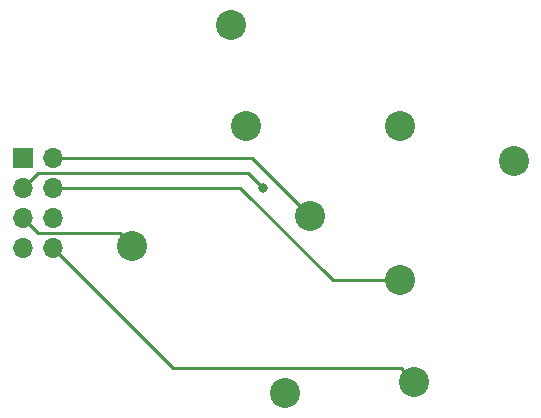
<source format=gbr>
%TF.GenerationSoftware,KiCad,Pcbnew,(6.0.0)*%
%TF.CreationDate,2021-12-29T20:26:28-08:00*%
%TF.ProjectId,enc_breakout,656e635f-6272-4656-916b-6f75742e6b69,rev?*%
%TF.SameCoordinates,Original*%
%TF.FileFunction,Copper,L1,Top*%
%TF.FilePolarity,Positive*%
%FSLAX46Y46*%
G04 Gerber Fmt 4.6, Leading zero omitted, Abs format (unit mm)*
G04 Created by KiCad (PCBNEW (6.0.0)) date 2021-12-29 20:26:28*
%MOMM*%
%LPD*%
G01*
G04 APERTURE LIST*
%TA.AperFunction,ComponentPad*%
%ADD10C,2.540000*%
%TD*%
%TA.AperFunction,ComponentPad*%
%ADD11R,1.700000X1.700000*%
%TD*%
%TA.AperFunction,ComponentPad*%
%ADD12O,1.700000X1.700000*%
%TD*%
%TA.AperFunction,ViaPad*%
%ADD13C,0.800000*%
%TD*%
%TA.AperFunction,Conductor*%
%ADD14C,0.250000*%
%TD*%
G04 APERTURE END LIST*
D10*
%TO.P,X1,A,A*%
%TO.N,ENC_A*%
X156407809Y-97987809D03*
%TO.P,X1,B,B*%
%TO.N,ENC_B*%
X156407809Y-84892191D03*
%TO.P,X1,COM_A,COMA*%
%TO.N,GND*%
X143312191Y-84892191D03*
%TO.P,X1,COM_B,COM_B*%
X146607309Y-107519608D03*
%TO.P,X1,S1,1*%
%TO.N,ENC_BN*%
X148749842Y-92550158D03*
%TO.P,X1,S2,S2*%
%TO.N,ENC_DN*%
X157609890Y-106543801D03*
%TO.P,X1,S3,S3*%
%TO.N,ENC_RT*%
X166010319Y-87833755D03*
%TO.P,X1,S4,S4*%
%TO.N,ENC_UP*%
X142110110Y-76336199D03*
%TO.P,X1,S5,S5*%
%TO.N,ENC_LF*%
X133709681Y-95046245D03*
%TD*%
D11*
%TO.P,J1,1,Pin_1*%
%TO.N,GND*%
X124460000Y-87630000D03*
D12*
%TO.P,J1,2,Pin_2*%
%TO.N,ENC_BN*%
X127000000Y-87630000D03*
%TO.P,J1,3,Pin_3*%
%TO.N,ENC_B*%
X124460000Y-90170000D03*
%TO.P,J1,4,Pin_4*%
%TO.N,ENC_A*%
X127000000Y-90170000D03*
%TO.P,J1,5,Pin_5*%
%TO.N,ENC_LF*%
X124460000Y-92710000D03*
%TO.P,J1,6,Pin_6*%
%TO.N,ENC_UP*%
X127000000Y-92710000D03*
%TO.P,J1,7,Pin_7*%
%TO.N,ENC_RT*%
X124460000Y-95250000D03*
%TO.P,J1,8,Pin_8*%
%TO.N,ENC_DN*%
X127000000Y-95250000D03*
%TD*%
D13*
%TO.N,ENC_B*%
X144780000Y-90170000D03*
%TD*%
D14*
%TO.N,ENC_A*%
X150692809Y-97987809D02*
X156407809Y-97987809D01*
X142875000Y-90170000D02*
X150692809Y-97987809D01*
X127000000Y-90170000D02*
X142875000Y-90170000D01*
%TO.N,ENC_BN*%
X127000000Y-87630000D02*
X143829684Y-87630000D01*
%TO.N,ENC_B*%
X125730000Y-88900000D02*
X143510000Y-88900000D01*
X124460000Y-90170000D02*
X125730000Y-88900000D01*
%TO.N,ENC_BN*%
X143829684Y-87630000D02*
X148749842Y-92550158D01*
%TO.N,ENC_B*%
X143510000Y-88900000D02*
X144780000Y-90170000D01*
%TO.N,ENC_LF*%
X132643436Y-93980000D02*
X133709681Y-95046245D01*
X125730000Y-93980000D02*
X132643436Y-93980000D01*
X124460000Y-92710000D02*
X125730000Y-93980000D01*
%TO.N,ENC_DN*%
X137160000Y-105410000D02*
X156476089Y-105410000D01*
X127000000Y-95250000D02*
X137160000Y-105410000D01*
X156476089Y-105410000D02*
X157609890Y-106543801D01*
%TO.N,ENC_RT*%
X124460000Y-95250000D02*
X125095000Y-95250000D01*
%TD*%
M02*

</source>
